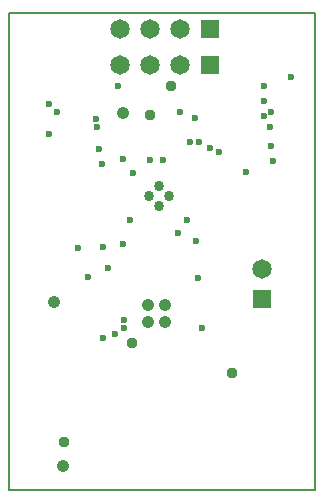
<source format=gbs>
G04*
G04 #@! TF.GenerationSoftware,Altium Limited,Altium Designer,20.0.9 (164)*
G04*
G04 Layer_Color=16711935*
%FSLAX25Y25*%
%MOIN*%
G70*
G01*
G75*
%ADD10C,0.00787*%
%ADD51C,0.06496*%
%ADD52R,0.06496X0.06496*%
%ADD53R,0.06496X0.06496*%
%ADD54C,0.02362*%
%ADD55C,0.04134*%
%ADD56C,0.03740*%
%ADD67C,0.03398*%
D10*
X286000Y452500D02*
X388000D01*
Y293500D02*
Y452500D01*
X286000Y293500D02*
X388000D01*
X286000D02*
Y452500D01*
D51*
X370500Y367000D02*
D03*
X323000Y435000D02*
D03*
X333000D02*
D03*
X343000D02*
D03*
X323000Y447000D02*
D03*
X333000D02*
D03*
X343000D02*
D03*
D52*
X370500Y357000D02*
D03*
D53*
X353000Y435000D02*
D03*
Y447000D02*
D03*
D54*
X356000Y406000D02*
D03*
X302000Y419500D02*
D03*
X315000Y417000D02*
D03*
X373500Y419500D02*
D03*
X337500Y403500D02*
D03*
X315500Y414500D02*
D03*
X373000D02*
D03*
X333000Y403500D02*
D03*
X312500Y364500D02*
D03*
X349500Y409500D02*
D03*
X346500D02*
D03*
X299500Y412000D02*
D03*
Y422000D02*
D03*
X365000Y399500D02*
D03*
X371000Y418000D02*
D03*
Y423000D02*
D03*
Y428000D02*
D03*
X349000Y364000D02*
D03*
X322500Y428000D02*
D03*
X380000Y431000D02*
D03*
X316000Y407000D02*
D03*
X317000Y402000D02*
D03*
X353000Y407500D02*
D03*
X373500Y408000D02*
D03*
X374000Y403000D02*
D03*
X343000Y419500D02*
D03*
X348000Y417500D02*
D03*
X326500Y383500D02*
D03*
X350500Y347500D02*
D03*
X317500Y344000D02*
D03*
X324500Y347500D02*
D03*
Y350000D02*
D03*
X321500Y345500D02*
D03*
X319000Y367500D02*
D03*
X324000Y375500D02*
D03*
X317500Y374500D02*
D03*
X309000Y374000D02*
D03*
X323899Y403823D02*
D03*
X327500Y399000D02*
D03*
X342500Y379000D02*
D03*
X348500Y376500D02*
D03*
X345500Y383500D02*
D03*
D55*
X304000Y301500D02*
D03*
X332500Y349500D02*
D03*
X338000D02*
D03*
Y355000D02*
D03*
X332500D02*
D03*
X301000Y356000D02*
D03*
X324000Y419000D02*
D03*
D56*
X340000Y428000D02*
D03*
X333000Y418500D02*
D03*
X327000Y342500D02*
D03*
X360500Y332500D02*
D03*
X304500Y309500D02*
D03*
D67*
X336000Y394841D02*
D03*
X339341Y391500D02*
D03*
X332659D02*
D03*
X336000Y388159D02*
D03*
M02*

</source>
